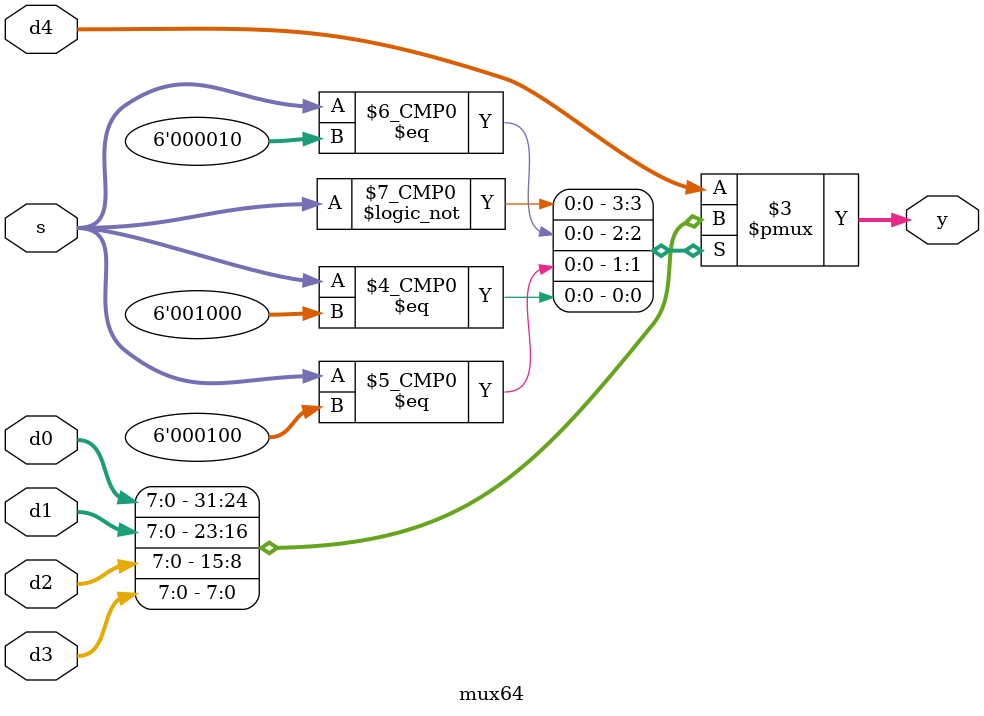
<source format=sv>

/* verilator lint_off DECLFILENAME */

module mux2 #(parameter WIDTH = 8) (
  input  logic [WIDTH-1:0] d0, d1, 
  input  logic             s, 
  output logic [WIDTH-1:0] y);

  assign y = s ? d1 : d0; 
endmodule

module mux3 #(parameter WIDTH = 8) (
  input  logic [WIDTH-1:0] d0, d1, d2,
  input  logic [1:0]       s, 
  output logic [WIDTH-1:0] y);

  assign y = s[1] ? d2 : (s[0] ? d1 : d0); // exclusion-tag: mux3
endmodule

module mux4 #(parameter WIDTH = 8) (
  input  logic [WIDTH-1:0] d0, d1, d2, d3,
  input  logic [1:0]       s, 
  output logic [WIDTH-1:0] y);

  assign y = s[1] ? (s[0] ? d3 : d2) : (s[0] ? d1 : d0); 
endmodule

module mux5 #(parameter WIDTH = 8) (
  input  logic [WIDTH-1:0] d0, d1, d2, d3, d4,
  input  logic [2:0]       s, 
  output logic [WIDTH-1:0] y);

  assign y = s[2] ? d4 : (s[1] ? (s[0] ? d3 : d2) : (s[0] ? d1 : d0)); 
endmodule

module mux6 #(parameter WIDTH = 8) (
  input  logic [WIDTH-1:0] d0, d1, d2, d3, d4, d5,
  input  logic [2:0]       s, 
  output logic [WIDTH-1:0] y);

  assign y = s[2] ? (s[0] ? d5 : d4) : (s[1] ? (s[0] ? d3 : d2) : (s[0] ? d1 : d0)); 
endmodule

module mux16 #(parameter WIDTH = 8)
   (input logic [WIDTH-1:0] d0, d1, d2, d3, d4, input [3:0] s,
    output logic [WIDTH-1:0] y);

   always_comb
     case(s)
       4'b0001: y = d0;
       4'b0010: y = d1;
       4'b0100: y = d2;
       4'b1000: y = d3;
       default: y = d4;
     endcase // case (s)
endmodule // mux16

/* verilator lint_on DECLFILENAME */
module mux64 #(parameter WIDTH = 8)
   (input logic [WIDTH-1:0] d0, d1, d2, d3, d4, input [5:0] s,
    output logic [WIDTH-1:0] y);

   always_comb
     case(s)
       6'b000000: y = d0;
       4'b0010: y = d1;
       4'b0100: y = d2;
       4'b1000: y = d3;
       default: y = d4;
     endcase // case (s)
endmodule // mux16
</source>
